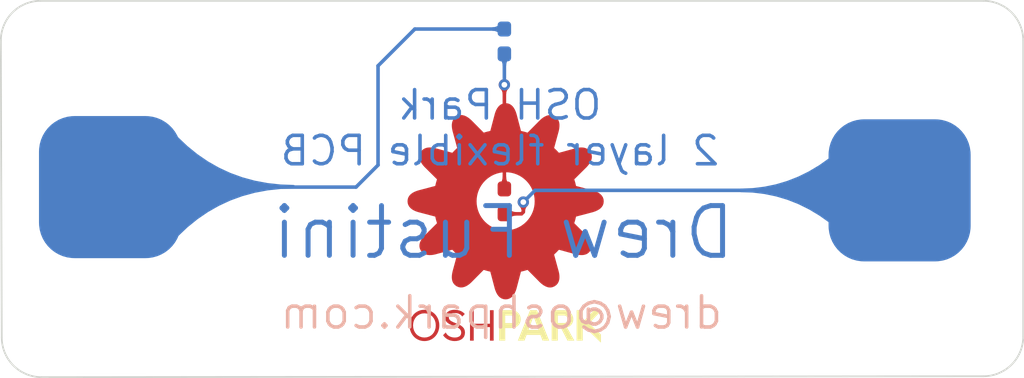
<source format=kicad_pcb>
(kicad_pcb (version 20171130) (host pcbnew 5.1.5-52549c5~84~ubuntu19.04.1)

  (general
    (thickness 1.6)
    (drawings 12)
    (tracks 15)
    (zones 0)
    (modules 5)
    (nets 4)
  )

  (page A4)
  (layers
    (0 F.Cu signal)
    (31 B.Cu signal)
    (32 B.Adhes user)
    (33 F.Adhes user)
    (34 B.Paste user)
    (35 F.Paste user)
    (36 B.SilkS user)
    (37 F.SilkS user)
    (38 B.Mask user hide)
    (39 F.Mask user)
    (40 Dwgs.User user)
    (41 Cmts.User user)
    (42 Eco1.User user)
    (43 Eco2.User user)
    (44 Edge.Cuts user)
    (45 Margin user)
    (46 B.CrtYd user)
    (47 F.CrtYd user)
    (48 B.Fab user)
    (49 F.Fab user)
  )

  (setup
    (last_trace_width 0.25)
    (trace_clearance 0.2)
    (zone_clearance 0.508)
    (zone_45_only no)
    (trace_min 0.2)
    (via_size 0.8)
    (via_drill 0.4)
    (via_min_size 0.4)
    (via_min_drill 0.3)
    (uvia_size 0.3)
    (uvia_drill 0.1)
    (uvias_allowed no)
    (uvia_min_size 0.2)
    (uvia_min_drill 0.1)
    (edge_width 0.05)
    (segment_width 0.2)
    (pcb_text_width 0.3)
    (pcb_text_size 1.5 1.5)
    (mod_edge_width 0.12)
    (mod_text_size 1 1)
    (mod_text_width 0.15)
    (pad_size 1.524 1.524)
    (pad_drill 0.762)
    (pad_to_mask_clearance 0.051)
    (solder_mask_min_width 0.25)
    (aux_axis_origin 0 0)
    (visible_elements FFFFFF7F)
    (pcbplotparams
      (layerselection 0x010fc_ffffffff)
      (usegerberextensions false)
      (usegerberattributes false)
      (usegerberadvancedattributes false)
      (creategerberjobfile false)
      (excludeedgelayer true)
      (linewidth 0.100000)
      (plotframeref false)
      (viasonmask false)
      (mode 1)
      (useauxorigin false)
      (hpglpennumber 1)
      (hpglpenspeed 20)
      (hpglpendiameter 15.000000)
      (psnegative false)
      (psa4output false)
      (plotreference true)
      (plotvalue true)
      (plotinvisibletext false)
      (padsonsilk false)
      (subtractmaskfromsilk false)
      (outputformat 1)
      (mirror false)
      (drillshape 1)
      (scaleselection 1)
      (outputdirectory ""))
  )

  (net 0 "")
  (net 1 GND)
  (net 2 "Net-(D1-Pad2)")
  (net 3 +3V3)

  (net_class Default "This is the default net class."
    (clearance 0.2)
    (trace_width 0.25)
    (via_dia 0.8)
    (via_drill 0.4)
    (uvia_dia 0.3)
    (uvia_drill 0.1)
    (add_net +3V3)
    (add_net GND)
    (add_net "Net-(D1-Pad2)")
  )

  (module touch:TestPoint_Pad_4.0x4.0mm (layer B.Cu) (tedit 5DF7CA08) (tstamp 5DF409A2)
    (at 181.2925 53.975)
    (descr "SMD rectangular pad as test Point, square 4.0mm side length")
    (tags "test point SMD pad rectangle square")
    (path /5DF4886B)
    (attr virtual)
    (fp_text reference J2 (at 0 2.898) (layer B.SilkS) hide
      (effects (font (size 1 1) (thickness 0.15)) (justify mirror))
    )
    (fp_text value Conn_01x01_Female (at 0 -3.1) (layer B.Fab)
      (effects (font (size 1 1) (thickness 0.15)) (justify mirror))
    )
    (fp_text user %R (at 0 2.9) (layer B.Fab)
      (effects (font (size 1 1) (thickness 0.15)) (justify mirror))
    )
    (fp_line (start -2.5 2.5) (end 2.5 2.5) (layer B.CrtYd) (width 0.05))
    (fp_line (start -2.5 2.5) (end -2.5 -2.5) (layer B.CrtYd) (width 0.05))
    (fp_line (start 2.5 -2.5) (end 2.5 2.5) (layer B.CrtYd) (width 0.05))
    (fp_line (start 2.5 -2.5) (end -2.5 -2.5) (layer B.CrtYd) (width 0.05))
    (pad 1 smd roundrect (at 0 0) (size 10 10) (layers B.Cu B.Mask) (roundrect_rratio 0.25)
      (net 1 GND))
  )

  (module touch:TestPoint_Pad_4.0x4.0mm (layer B.Cu) (tedit 5DF7C9E5) (tstamp 5DF40995)
    (at 125.73 53.7464)
    (descr "SMD rectangular pad as test Point, square 4.0mm side length")
    (tags "test point SMD pad rectangle square")
    (path /5DF48217)
    (attr virtual)
    (fp_text reference J1 (at 0 2.898) (layer B.SilkS) hide
      (effects (font (size 1 1) (thickness 0.15)) (justify mirror))
    )
    (fp_text value Conn_01x01_Female (at 0 -3.1) (layer B.Fab)
      (effects (font (size 1 1) (thickness 0.15)) (justify mirror))
    )
    (fp_line (start 2.5 -2.5) (end -2.5 -2.5) (layer B.CrtYd) (width 0.05))
    (fp_line (start 2.5 -2.5) (end 2.5 2.5) (layer B.CrtYd) (width 0.05))
    (fp_line (start -2.5 2.5) (end -2.5 -2.5) (layer B.CrtYd) (width 0.05))
    (fp_line (start -2.5 2.5) (end 2.5 2.5) (layer B.CrtYd) (width 0.05))
    (fp_text user %R (at 0 2.9) (layer B.Fab)
      (effects (font (size 1 1) (thickness 0.15)) (justify mirror))
    )
    (pad 1 smd roundrect (at 0 0) (size 10 10) (layers B.Cu B.Mask) (roundrect_rratio 0.25)
      (net 3 +3V3))
  )

  (module Resistor_SMD:R_0603_1608Metric_Pad1.05x0.95mm_HandSolder (layer B.Cu) (tedit 5DF7C9BB) (tstamp 5DF3FEFD)
    (at 153.4795 43.4975 90)
    (descr "Resistor SMD 0603 (1608 Metric), square (rectangular) end terminal, IPC_7351 nominal with elongated pad for handsoldering. (Body size source: http://www.tortai-tech.com/upload/download/2011102023233369053.pdf), generated with kicad-footprint-generator")
    (tags "resistor handsolder")
    (path /5DF4085C)
    (attr smd)
    (fp_text reference R1 (at 0 1.43 270) (layer B.SilkS) hide
      (effects (font (size 1 1) (thickness 0.15)) (justify mirror))
    )
    (fp_text value R (at 0 -1.43 270) (layer B.Fab)
      (effects (font (size 1 1) (thickness 0.15)) (justify mirror))
    )
    (fp_line (start -0.8 -0.4) (end -0.8 0.4) (layer B.Fab) (width 0.1))
    (fp_line (start -0.8 0.4) (end 0.8 0.4) (layer B.Fab) (width 0.1))
    (fp_line (start 0.8 0.4) (end 0.8 -0.4) (layer B.Fab) (width 0.1))
    (fp_line (start 0.8 -0.4) (end -0.8 -0.4) (layer B.Fab) (width 0.1))
    (fp_line (start -1.65 -0.73) (end -1.65 0.73) (layer B.CrtYd) (width 0.05))
    (fp_line (start -1.65 0.73) (end 1.65 0.73) (layer B.CrtYd) (width 0.05))
    (fp_line (start 1.65 0.73) (end 1.65 -0.73) (layer B.CrtYd) (width 0.05))
    (fp_line (start 1.65 -0.73) (end -1.65 -0.73) (layer B.CrtYd) (width 0.05))
    (fp_text user %R (at 0 0 270) (layer B.Fab) hide
      (effects (font (size 0.4 0.4) (thickness 0.06)) (justify mirror))
    )
    (pad 1 smd roundrect (at -0.875 0 90) (size 1.05 0.95) (layers B.Cu B.Paste B.Mask) (roundrect_rratio 0.25)
      (net 2 "Net-(D1-Pad2)"))
    (pad 2 smd roundrect (at 0.875 0 90) (size 1.05 0.95) (layers B.Cu B.Paste B.Mask) (roundrect_rratio 0.25)
      (net 3 +3V3))
    (model ${KISYS3DMOD}/Resistor_SMD.3dshapes/R_0603_1608Metric.wrl
      (at (xyz 0 0 0))
      (scale (xyz 1 1 1))
      (rotate (xyz 0 0 0))
    )
  )

  (module LED_SMD:LED_0603_1608Metric_Pad1.05x0.95mm_HandSolder (layer F.Cu) (tedit 5DF7C974) (tstamp 5DF3FC46)
    (at 153.4795 54.751 90)
    (descr "LED SMD 0603 (1608 Metric), square (rectangular) end terminal, IPC_7351 nominal, (Body size source: http://www.tortai-tech.com/upload/download/2011102023233369053.pdf), generated with kicad-footprint-generator")
    (tags "LED handsolder")
    (path /5DF40B3F)
    (attr smd)
    (fp_text reference D1 (at 0.014 -1.43 90) (layer F.SilkS) hide
      (effects (font (size 1 1) (thickness 0.15)))
    )
    (fp_text value LED (at 0 1.43 90) (layer F.Fab) hide
      (effects (font (size 1 1) (thickness 0.15)))
    )
    (fp_line (start 0.8 -0.4) (end -0.5 -0.4) (layer F.Fab) (width 0.1))
    (fp_line (start -0.5 -0.4) (end -0.8 -0.1) (layer F.Fab) (width 0.1))
    (fp_line (start -0.8 -0.1) (end -0.8 0.4) (layer F.Fab) (width 0.1))
    (fp_line (start -0.8 0.4) (end 0.8 0.4) (layer F.Fab) (width 0.1))
    (fp_line (start 0.8 0.4) (end 0.8 -0.4) (layer F.Fab) (width 0.1))
    (fp_line (start -1.65 0.73) (end -1.65 -0.73) (layer F.CrtYd) (width 0.05))
    (fp_line (start -1.65 -0.73) (end 1.65 -0.73) (layer F.CrtYd) (width 0.05))
    (fp_line (start 1.65 -0.73) (end 1.65 0.73) (layer F.CrtYd) (width 0.05))
    (fp_line (start 1.65 0.73) (end -1.65 0.73) (layer F.CrtYd) (width 0.05))
    (pad 1 smd roundrect (at -0.875 0 90) (size 1.05 0.95) (layers F.Cu F.Paste F.Mask) (roundrect_rratio 0.25)
      (net 1 GND))
    (pad 2 smd roundrect (at 0.875 0 90) (size 1.05 0.95) (layers F.Cu F.Paste F.Mask) (roundrect_rratio 0.25)
      (net 2 "Net-(D1-Pad2)"))
    (model ${KISYS3DMOD}/LED_SMD.3dshapes/LED_0603_1608Metric.wrl
      (at (xyz 0 0 0))
      (scale (xyz 1 1 1))
      (rotate (xyz 0 0 0))
    )
  )

  (module afterdark:OSH_small_copper-mask (layer F.Cu) (tedit 5DF3FF89) (tstamp 5DF45F50)
    (at 153.5684 56.2864)
    (descr "Imported from OSHPARK.svg")
    (tags svg2mod)
    (attr smd)
    (fp_text reference OSH_small (at 0 -11.457835) (layer F.Cu) hide
      (effects (font (size 1.524 1.524) (thickness 0.3048)))
    )
    (fp_text value G*** (at 0 11.457835) (layer F.Cu) hide
      (effects (font (size 1.524 1.524) (thickness 0.3048)))
    )
    (fp_poly (pts (xy -5.71389 8.295375) (xy -5.71389 8.046425) (xy -5.88469 8.029425) (xy -6.03947 7.980425)
      (xy -6.17614 7.902625) (xy -6.29262 7.799265) (xy -6.38682 7.673515) (xy -6.45672 7.528545)
      (xy -6.50022 7.367545) (xy -6.51512 7.193705) (xy -6.50022 7.019865) (xy -6.45672 6.858865)
      (xy -6.38682 6.713895) (xy -6.29262 6.588145) (xy -6.17614 6.484785) (xy -6.03947 6.406985)
      (xy -5.88469 6.357985) (xy -5.71389 6.340985) (xy -5.54238 6.357985) (xy -5.38754 6.406985)
      (xy -5.25128 6.484785) (xy -5.13551 6.588145) (xy -5.04211 6.713895) (xy -4.97301 6.858865)
      (xy -4.93021 7.019865) (xy -4.91551 7.193705) (xy -4.93021 7.367545) (xy -4.97301 7.528545)
      (xy -5.04211 7.673515) (xy -5.13551 7.799265) (xy -5.25128 7.902625) (xy -5.38754 7.980425)
      (xy -5.54238 8.029425) (xy -5.71389 8.046425) (xy -5.71389 8.295375) (xy -5.60215 8.289375)
      (xy -5.49471 8.272675) (xy -5.39197 8.245575) (xy -5.29437 8.208575) (xy -5.20217 8.162275)
      (xy -5.11587 8.107175) (xy -5.03597 8.043775) (xy -4.96277 7.972775) (xy -4.89667 7.894575)
      (xy -4.83807 7.809775) (xy -4.78737 7.718975) (xy -4.74497 7.622675) (xy -4.71127 7.521405)
      (xy -4.68667 7.415745) (xy -4.67167 7.306225) (xy -4.66667 7.193415) (xy -4.67167 7.080595)
      (xy -4.68667 6.971085) (xy -4.71127 6.865415) (xy -4.74497 6.764145) (xy -4.78737 6.667845)
      (xy -4.83807 6.577045) (xy -4.89667 6.492245) (xy -4.96277 6.414045) (xy -5.03597 6.342945)
      (xy -5.11587 6.279545) (xy -5.20217 6.224445) (xy -5.29437 6.178145) (xy -5.39197 6.141145)
      (xy -5.49471 6.114045) (xy -5.60215 6.097345) (xy -5.71389 6.091345) (xy -5.82609 6.097345)
      (xy -5.93388 6.114045) (xy -6.03687 6.141145) (xy -6.13467 6.178145) (xy -6.22687 6.224445)
      (xy -6.31307 6.279545) (xy -6.39297 6.342945) (xy -6.46607 6.414045) (xy -6.53207 6.492245)
      (xy -6.59047 6.577045) (xy -6.64097 6.667845) (xy -6.68317 6.764145) (xy -6.71667 6.865415)
      (xy -6.74107 6.971085) (xy -6.75597 7.080595) (xy -6.76097 7.193415) (xy -6.75597 7.306225)
      (xy -6.74107 7.415745) (xy -6.71667 7.521405) (xy -6.68317 7.622675) (xy -6.64097 7.718975)
      (xy -6.59047 7.809775) (xy -6.53207 7.894575) (xy -6.46607 7.972775) (xy -6.39297 8.043775)
      (xy -6.31307 8.107175) (xy -6.22687 8.162275) (xy -6.13467 8.208575) (xy -6.03687 8.245575)
      (xy -5.93388 8.272675) (xy -5.82609 8.289375) (xy -5.71389 8.295375)) (layer F.Mask) (width 0))
    (fp_poly (pts (xy -1.10433 6.120635) (xy -1.10433 7.076375) (xy -2.24607 7.076375) (xy -2.24607 6.120635)
      (xy -2.50646 6.120635) (xy -2.50646 8.266755) (xy -2.24607 8.266755) (xy -2.24607 7.311015)
      (xy -1.10433 7.311015) (xy -1.10433 8.266755) (xy -0.84394 8.266755) (xy -0.84394 6.120635)
      (xy -1.10433 6.120635)) (layer F.Mask) (width 0))
    (fp_poly (pts (xy -3.5907 8.295375) (xy -3.44187 8.286375) (xy -3.30406 8.258975) (xy -3.18001 8.212975)
      (xy -3.07241 8.147975) (xy -2.98401 8.063675) (xy -2.91751 7.959725) (xy -2.87561 7.835805)
      (xy -2.86101 7.691555) (xy -2.87691 7.552235) (xy -2.92141 7.434915) (xy -2.98981 7.336615)
      (xy -3.07751 7.254415) (xy -3.17982 7.185415) (xy -3.29208 7.126615) (xy -3.52784 7.027715)
      (xy -3.70664 6.955515) (xy -3.85727 6.872815) (xy -3.91627 6.823915) (xy -3.96127 6.768115)
      (xy -3.98997 6.703915) (xy -4.00007 6.629915) (xy -3.99207 6.554915) (xy -3.96807 6.490615)
      (xy -3.93017 6.436915) (xy -3.88027 6.393515) (xy -3.82017 6.360115) (xy -3.75177 6.336615)
      (xy -3.67677 6.322615) (xy -3.59697 6.317615) (xy -3.50107 6.322615) (xy -3.41297 6.336315)
      (xy -3.33277 6.358215) (xy -3.26037 6.387715) (xy -3.19597 6.424015) (xy -3.13947 6.466415)
      (xy -3.05047 6.566885) (xy -2.87592 6.389475) (xy -2.93462 6.327375) (xy -3.00322 6.270575)
      (xy -3.08132 6.219875) (xy -3.16862 6.176275) (xy -3.26472 6.140775) (xy -3.36936 6.114275)
      (xy -3.48217 6.097675) (xy -3.60284 6.091675) (xy -3.73476 6.100675) (xy -3.85823 6.127675)
      (xy -3.97043 6.172275) (xy -4.06853 6.234275) (xy -4.14973 6.313275) (xy -4.21123 6.408975)
      (xy -4.25023 6.521165) (xy -4.26383 6.649475) (xy -4.24983 6.769025) (xy -4.21043 6.869725)
      (xy -4.14943 6.954225) (xy -4.07063 7.025125) (xy -3.97793 7.085025) (xy -3.87509 7.136525)
      (xy -3.6543 7.224725) (xy -3.4565 7.304325) (xy -3.3666 7.348925) (xy -3.2866 7.399625)
      (xy -3.2195 7.458525) (xy -3.1682 7.527725) (xy -3.1357 7.609325) (xy -3.1249 7.705425)
      (xy -3.1349 7.789025) (xy -3.1618 7.860025) (xy -3.2038 7.918825) (xy -3.2593 7.965825)
      (xy -3.3266 8.001625) (xy -3.404 8.026625) (xy -3.4899 8.041225) (xy -3.5826 8.046225)
      (xy -3.69075 8.039225) (xy -3.79323 8.020125) (xy -3.88863 7.989225) (xy -3.97563 7.947425)
      (xy -4.05283 7.895625) (xy -4.11893 7.834625) (xy -4.17243 7.765125) (xy -4.21203 7.688125)
      (xy -4.40088 7.879845) (xy -4.33778 7.967545) (xy -4.26108 8.047345) (xy -4.17208 8.118045)
      (xy -4.07218 8.178545) (xy -3.96276 8.227645) (xy -3.84518 8.264145) (xy -3.72084 8.286945)
      (xy -3.59109 8.294945) (xy -3.5907 8.295375)) (layer F.Mask) (width 0))
    (fp_poly (pts (xy 0.00118 -8.409695) (xy 0.00043 -3.623025) (xy 0.21316 -3.612325) (xy 0.41974 -3.580825)
      (xy 0.61914 -3.529525) (xy 0.81031 -3.459525) (xy 0.99219 -3.371925) (xy 1.16375 -3.267695)
      (xy 1.32394 -3.147905) (xy 1.4717 -3.013605) (xy 1.606 -2.865845) (xy 1.72579 -2.705655)
      (xy 1.83001 -2.534105) (xy 1.91761 -2.352215) (xy 1.98761 -2.161055) (xy 2.03891 -1.961655)
      (xy 2.07041 -1.755065) (xy 2.08111 -1.542335) (xy 2.07041 -1.329495) (xy 2.03891 -1.122805)
      (xy 1.98771 -0.923315) (xy 1.91781 -0.732055) (xy 1.83021 -0.550075) (xy 1.726 -0.378435)
      (xy 1.60622 -0.218175) (xy 1.47192 -0.070335) (xy 1.32415 0.064025) (xy 1.16396 0.183875)
      (xy 0.99238 0.288155) (xy 0.81047 0.375855) (xy 0.61928 0.445855) (xy 0.41984 0.497155)
      (xy 0.21321 0.528655) (xy 0.00043 0.539455) (xy -0.21235 0.528655) (xy -0.41897 0.497155)
      (xy -0.6184 0.445855) (xy -0.80958 0.375855) (xy -0.99147 0.288155) (xy -1.16302 0.183875)
      (xy -1.3232 0.064025) (xy -1.47095 -0.070335) (xy -1.60524 -0.218175) (xy -1.72501 -0.378435)
      (xy -1.82922 -0.550075) (xy -1.91682 -0.732055) (xy -1.98682 -0.923315) (xy -2.03812 -1.122805)
      (xy -2.06962 -1.329495) (xy -2.08032 -1.542335) (xy -2.06962 -1.755065) (xy -2.03812 -1.961655)
      (xy -1.98682 -2.161055) (xy -1.91682 -2.352215) (xy -1.82922 -2.534105) (xy -1.72501 -2.705655)
      (xy -1.60524 -2.865845) (xy -1.47095 -3.013605) (xy -1.3232 -3.147905) (xy -1.16302 -3.267695)
      (xy -0.99147 -3.371925) (xy -0.80958 -3.459525) (xy -0.6184 -3.529525) (xy -0.41897 -3.580825)
      (xy -0.21235 -3.612325) (xy 0.00043 -3.623025) (xy 0.00118 -8.409695) (xy -0.14129 -8.393995)
      (xy -0.2674 -8.349495) (xy -0.378 -8.279795) (xy -0.4739 -8.188495) (xy -0.556 -8.079355)
      (xy -0.6251 -7.956025) (xy -0.6821 -7.822195) (xy -0.7278 -7.681515) (xy -1.04856 -6.462625)
      (xy -1.30304 -6.403425) (xy -1.55293 -6.331225) (xy -2.43795 -7.223815) (xy -2.5541 -7.325575)
      (xy -2.67331 -7.414275) (xy -2.79523 -7.486675) (xy -2.91953 -7.539575) (xy -3.04586 -7.569675)
      (xy -3.17388 -7.573675) (xy -3.30323 -7.548275) (xy -3.43358 -7.490275) (xy -3.54913 -7.405275)
      (xy -3.63603 -7.303485) (xy -3.69693 -7.187695) (xy -3.73433 -7.060655) (xy -3.75073 -6.925095)
      (xy -3.74873 -6.783755) (xy -3.73103 -6.639375) (xy -3.70003 -6.494705) (xy -3.36893 -5.282225)
      (xy -3.55878 -5.102185) (xy -3.73879 -4.912505) (xy -4.95156 -5.242875) (xy -5.10317 -5.273475)
      (xy -5.25088 -5.290975) (xy -5.39277 -5.292975) (xy -5.5269 -5.276575) (xy -5.65135 -5.239375)
      (xy -5.76419 -5.178675) (xy -5.86349 -5.091975) (xy -5.94729 -4.976645) (xy -6.00489 -4.845335)
      (xy -6.02929 -4.713775) (xy -6.02429 -4.583095) (xy -5.99309 -4.454385) (xy -5.93949 -4.328745)
      (xy -5.86709 -4.207285) (xy -5.77959 -4.091105) (xy -5.68049 -3.981305) (xy -4.78848 -3.096875)
      (xy -4.86248 -2.846755) (xy -4.92388 -2.591195) (xy -6.13913 -2.271315) (xy -6.28557 -2.221815)
      (xy -6.42211 -2.163015) (xy -6.54579 -2.093715) (xy -6.65364 -2.012515) (xy -6.74264 -1.918115)
      (xy -6.80994 -1.809295) (xy -6.85244 -1.684715) (xy -6.86724 -1.543065) (xy -6.85154 -1.400675)
      (xy -6.80704 -1.274595) (xy -6.73724 -1.163985) (xy -6.64594 -1.068085) (xy -6.5368 -0.985985)
      (xy -6.41347 -0.916885) (xy -6.27964 -0.859985) (xy -6.13897 -0.814385) (xy -4.92372 -0.494365)
      (xy -4.86232 -0.239235) (xy -4.78842 0.010885) (xy -5.68043 0.895605) (xy -5.78261 1.011585)
      (xy -5.87161 1.130695) (xy -5.94411 1.252585) (xy -5.99701 1.376885) (xy -6.02701 1.503265)
      (xy -6.03101 1.631355) (xy -6.00551 1.760795) (xy -5.94741 1.891235) (xy -5.86251 2.006695)
      (xy -5.76079 2.093495) (xy -5.64502 2.154295) (xy -5.51794 2.191595) (xy -5.38232 2.207995)
      (xy -5.24091 2.205995) (xy -5.09648 2.188395) (xy -4.95178 2.157595) (xy -3.73916 1.826495)
      (xy -3.55915 2.015885) (xy -3.36929 2.196065) (xy -3.70039 3.409125) (xy -3.73109 3.560565)
      (xy -3.74869 3.708175) (xy -3.75069 3.850005) (xy -3.73429 3.984105) (xy -3.69709 4.108515)
      (xy -3.63639 4.221295) (xy -3.54959 4.320495) (xy -3.43416 4.404195) (xy -3.30285 4.461895)
      (xy -3.17132 4.486395) (xy -3.04066 4.481395) (xy -2.91197 4.450195) (xy -2.78636 4.396595)
      (xy -2.66492 4.324295) (xy -2.54876 4.236795) (xy -2.43897 4.137795) (xy -1.55409 3.245195)
      (xy -1.30401 3.319295) (xy -1.0487 3.380995) (xy -0.72882 4.596245) (xy -0.67942 4.742405)
      (xy -0.62072 4.878745) (xy -0.55142 5.002265) (xy -0.47012 5.110005) (xy -0.37562 5.199005)
      (xy -0.26663 5.266305) (xy -0.14183 5.308805) (xy 0.0001 5.323605) (xy 0.1423 5.307905)
      (xy 0.26821 5.263405) (xy 0.37868 5.193705) (xy 0.47448 5.102505) (xy 0.55658 4.993495)
      (xy 0.62568 4.870315) (xy 0.68268 4.736655) (xy 0.72838 4.596185) (xy 1.04825 3.380645)
      (xy 1.30343 3.319445) (xy 1.55379 3.245445) (xy 2.43852 4.137905) (xy 2.55442 4.240085)
      (xy 2.67348 4.329085) (xy 2.79535 4.401685) (xy 2.91965 4.454585) (xy 3.04602 4.484585)
      (xy 3.17409 4.488585) (xy 3.30349 4.462985) (xy 3.43386 4.404785) (xy 3.5493 4.319985)
      (xy 3.6361 4.218365) (xy 3.6969 4.102685) (xy 3.7342 3.975695) (xy 3.7507 3.840155)
      (xy 3.7487 3.698805) (xy 3.7312 3.554415) (xy 3.7006 3.409725) (xy 3.36921 2.196675)
      (xy 3.55866 2.016495) (xy 3.73849 1.827095) (xy 4.95155 2.158195) (xy 5.10316 2.188595)
      (xy 5.25086 2.205995) (xy 5.39274 2.207995) (xy 5.52685 2.191495) (xy 5.65126 2.154195)
      (xy 5.76405 2.093495) (xy 5.86325 2.006695) (xy 5.94695 1.891265) (xy 6.00455 1.759975)
      (xy 6.02895 1.628485) (xy 6.02395 1.497875) (xy 5.99275 1.369255) (xy 5.93915 1.243685)
      (xy 5.86685 1.122265) (xy 5.77935 1.006085) (xy 5.68035 0.896225) (xy 4.78804 0.011495)
      (xy 4.86214 -0.238625) (xy 4.92344 -0.493755) (xy 6.13868 -0.813785) (xy 6.28522 -0.863185)
      (xy 6.42183 -0.921885) (xy 6.54556 -0.991285) (xy 6.65344 -1.072585) (xy 6.74254 -1.167085)
      (xy 6.80984 -1.276075) (xy 6.85244 -1.400845) (xy 6.86724 -1.542705) (xy 6.85194 -1.684715)
      (xy 6.80764 -1.810495) (xy 6.73804 -1.920855) (xy 6.64694 -2.016655) (xy 6.53789 -2.098655)
      (xy 6.41461 -2.167755) (xy 6.2808 -2.224755) (xy 6.14013 -2.270455) (xy 4.92488 -2.590335)
      (xy 4.86358 -2.845855) (xy 4.78948 -3.095735) (xy 5.68179 -3.980895) (xy 5.78395 -4.096695)
      (xy 5.87285 -4.215675) (xy 5.94535 -4.337485) (xy 5.99815 -4.461745) (xy 6.02805 -4.588095)
      (xy 6.03205 -4.716185) (xy 6.00655 -4.845635) (xy 5.94845 -4.976085) (xy 5.86365 -5.091375)
      (xy 5.76206 -5.178075) (xy 5.64641 -5.238875) (xy 5.51943 -5.276175) (xy 5.38387 -5.292675)
      (xy 5.24246 -5.290675) (xy 5.09796 -5.273075) (xy 4.9531 -5.242275) (xy 3.74019 -4.911755)
      (xy 3.5604 -5.101105) (xy 3.3712 -5.281035) (xy 3.70215 -6.493945) (xy 3.73265 -6.645465)
      (xy 3.75005 -6.793085) (xy 3.75205 -6.934915) (xy 3.73565 -7.069005) (xy 3.69835 -7.193445)
      (xy 3.63755 -7.306295) (xy 3.55075 -7.405695) (xy 3.43522 -7.489595) (xy 3.30408 -7.547095)
      (xy 3.17265 -7.571395) (xy 3.04204 -7.566395) (xy 2.91335 -7.535095) (xy 2.78769 -7.481395)
      (xy 2.66618 -7.408995) (xy 2.54992 -7.321595) (xy 2.44003 -7.222795) (xy 1.55545 -6.330485)
      (xy 1.30598 -6.402785) (xy 1.05107 -6.462485) (xy 0.73018 -7.681375) (xy 0.68058 -7.827915)
      (xy 0.62168 -7.964525) (xy 0.55228 -8.088255) (xy 0.47098 -8.196135) (xy 0.37658 -8.285235)
      (xy 0.2677 -8.352535) (xy 0.14304 -8.395035) (xy 0.0013 -8.409835) (xy 0.00118 -8.409695)) (layer F.Mask) (width 0.073847))
    (fp_poly (pts (xy 6.76111 6.120635) (xy 6.20884 6.120635) (xy 5.42765 6.959055) (xy 5.42765 6.120635)
      (xy 4.99557 6.120635) (xy 4.99557 8.266755) (xy 5.42765 8.266755) (xy 5.42765 7.193695)
      (xy 6.7096 8.409835) (xy 6.7096 7.831805) (xy 5.87118 7.056345) (xy 6.76111 6.120635)) (layer F.SilkS) (width 0))
    (fp_poly (pts (xy 4.31659 7.328185) (xy 4.11009 7.022185) (xy 3.67228 7.022185) (xy 3.67228 6.495675)
      (xy 4.11009 6.495675) (xy 4.16319 6.500675) (xy 4.21239 6.515675) (xy 4.25669 6.539575)
      (xy 4.29509 6.571375) (xy 4.32669 6.610075) (xy 4.35039 6.654875) (xy 4.36539 6.704775)
      (xy 4.37039 6.758775) (xy 4.36539 6.812775) (xy 4.35069 6.862675) (xy 4.32729 6.907475)
      (xy 4.29609 6.946175) (xy 4.25789 6.977975) (xy 4.21359 7.001875) (xy 4.16399 7.016875)
      (xy 4.11009 7.021875) (xy 4.11009 7.022185) (xy 4.31659 7.328185) (xy 4.41049 7.296585)
      (xy 4.49619 7.251785) (xy 4.57229 7.194785) (xy 4.63749 7.126585) (xy 4.69049 7.048185)
      (xy 4.72989 6.960585) (xy 4.75449 6.864785) (xy 4.76249 6.761805) (xy 4.74979 6.631575)
      (xy 4.71319 6.510755) (xy 4.65509 6.401815) (xy 4.57799 6.307215) (xy 4.48419 6.229415)
      (xy 4.37621 6.170715) (xy 4.25643 6.133715) (xy 4.12726 6.120815) (xy 3.2402 6.120815)
      (xy 3.2402 8.266935) (xy 3.67228 8.266935) (xy 3.67228 7.356985) (xy 3.88403 7.356985)
      (xy 4.35332 8.266935) (xy 4.83691 8.266935) (xy 4.31612 7.328365) (xy 4.31659 7.328185)) (layer F.SilkS) (width 0))
    (fp_poly (pts (xy 2.59844 8.266755) (xy 1.96319 6.558445) (xy 2.31515 7.505595) (xy 1.60836 7.505595)
      (xy 1.96319 6.558445) (xy 2.59844 8.266755) (xy 3.06487 8.266755) (xy 2.20355 6.120635)
      (xy 1.71996 6.120635) (xy 0.85865 8.266755) (xy 1.32508 8.266755) (xy 1.47674 7.860425)
      (xy 2.44678 7.860425) (xy 2.59844 8.266755)) (layer F.SilkS) (width 0))
    (fp_poly (pts (xy 0.00118 -8.409695) (xy 0.00043 -3.623025) (xy 0.21316 -3.612325) (xy 0.41974 -3.580825)
      (xy 0.61914 -3.529525) (xy 0.81031 -3.459525) (xy 0.99219 -3.371925) (xy 1.16375 -3.267695)
      (xy 1.32394 -3.147905) (xy 1.4717 -3.013605) (xy 1.606 -2.865845) (xy 1.72579 -2.705655)
      (xy 1.83001 -2.534105) (xy 1.91761 -2.352215) (xy 1.98761 -2.161055) (xy 2.03891 -1.961655)
      (xy 2.07041 -1.755065) (xy 2.08111 -1.542335) (xy 2.07041 -1.329495) (xy 2.03891 -1.122805)
      (xy 1.98771 -0.923315) (xy 1.91781 -0.732055) (xy 1.83021 -0.550075) (xy 1.726 -0.378435)
      (xy 1.60622 -0.218175) (xy 1.47192 -0.070335) (xy 1.32415 0.064025) (xy 1.16396 0.183875)
      (xy 0.99238 0.288155) (xy 0.81047 0.375855) (xy 0.61928 0.445855) (xy 0.41984 0.497155)
      (xy 0.21321 0.528655) (xy 0.00043 0.539455) (xy -0.21235 0.528655) (xy -0.41897 0.497155)
      (xy -0.6184 0.445855) (xy -0.80958 0.375855) (xy -0.99147 0.288155) (xy -1.16302 0.183875)
      (xy -1.3232 0.064025) (xy -1.47095 -0.070335) (xy -1.60524 -0.218175) (xy -1.72501 -0.378435)
      (xy -1.82922 -0.550075) (xy -1.91682 -0.732055) (xy -1.98682 -0.923315) (xy -2.03812 -1.122805)
      (xy -2.06962 -1.329495) (xy -2.08032 -1.542335) (xy -2.06962 -1.755065) (xy -2.03812 -1.961655)
      (xy -1.98682 -2.161055) (xy -1.91682 -2.352215) (xy -1.82922 -2.534105) (xy -1.72501 -2.705655)
      (xy -1.60524 -2.865845) (xy -1.47095 -3.013605) (xy -1.3232 -3.147905) (xy -1.16302 -3.267695)
      (xy -0.99147 -3.371925) (xy -0.80958 -3.459525) (xy -0.6184 -3.529525) (xy -0.41897 -3.580825)
      (xy -0.21235 -3.612325) (xy 0.00043 -3.623025) (xy 0.00118 -8.409695) (xy -0.14129 -8.393995)
      (xy -0.2674 -8.349495) (xy -0.378 -8.279795) (xy -0.4739 -8.188495) (xy -0.556 -8.079355)
      (xy -0.6251 -7.956025) (xy -0.6821 -7.822195) (xy -0.7278 -7.681515) (xy -1.04856 -6.462625)
      (xy -1.30304 -6.403425) (xy -1.55293 -6.331225) (xy -2.43795 -7.223815) (xy -2.5541 -7.325575)
      (xy -2.67331 -7.414275) (xy -2.79523 -7.486675) (xy -2.91953 -7.539575) (xy -3.04586 -7.569675)
      (xy -3.17388 -7.573675) (xy -3.30323 -7.548275) (xy -3.43358 -7.490275) (xy -3.54913 -7.405275)
      (xy -3.63603 -7.303485) (xy -3.69693 -7.187695) (xy -3.73433 -7.060655) (xy -3.75073 -6.925095)
      (xy -3.74873 -6.783755) (xy -3.73103 -6.639375) (xy -3.70003 -6.494705) (xy -3.36893 -5.282225)
      (xy -3.55878 -5.102185) (xy -3.73879 -4.912505) (xy -4.95156 -5.242875) (xy -5.10317 -5.273475)
      (xy -5.25088 -5.290975) (xy -5.39277 -5.292975) (xy -5.5269 -5.276575) (xy -5.65135 -5.239375)
      (xy -5.76419 -5.178675) (xy -5.86349 -5.091975) (xy -5.94729 -4.976645) (xy -6.00489 -4.845335)
      (xy -6.02929 -4.713775) (xy -6.02429 -4.583095) (xy -5.99309 -4.454385) (xy -5.93949 -4.328745)
      (xy -5.86709 -4.207285) (xy -5.77959 -4.091105) (xy -5.68049 -3.981305) (xy -4.78848 -3.096875)
      (xy -4.86248 -2.846755) (xy -4.92388 -2.591195) (xy -6.13913 -2.271315) (xy -6.28557 -2.221815)
      (xy -6.42211 -2.163015) (xy -6.54579 -2.093715) (xy -6.65364 -2.012515) (xy -6.74264 -1.918115)
      (xy -6.80994 -1.809295) (xy -6.85244 -1.684715) (xy -6.86724 -1.543065) (xy -6.85154 -1.400675)
      (xy -6.80704 -1.274595) (xy -6.73724 -1.163985) (xy -6.64594 -1.068085) (xy -6.5368 -0.985985)
      (xy -6.41347 -0.916885) (xy -6.27964 -0.859985) (xy -6.13897 -0.814385) (xy -4.92372 -0.494365)
      (xy -4.86232 -0.239235) (xy -4.78842 0.010885) (xy -5.68043 0.895605) (xy -5.78261 1.011585)
      (xy -5.87161 1.130695) (xy -5.94411 1.252585) (xy -5.99701 1.376885) (xy -6.02701 1.503265)
      (xy -6.03101 1.631355) (xy -6.00551 1.760795) (xy -5.94741 1.891235) (xy -5.86251 2.006695)
      (xy -5.76079 2.093495) (xy -5.64502 2.154295) (xy -5.51794 2.191595) (xy -5.38232 2.207995)
      (xy -5.24091 2.205995) (xy -5.09648 2.188395) (xy -4.95178 2.157595) (xy -3.73916 1.826495)
      (xy -3.55915 2.015885) (xy -3.36929 2.196065) (xy -3.70039 3.409125) (xy -3.73109 3.560565)
      (xy -3.74869 3.708175) (xy -3.75069 3.850005) (xy -3.73429 3.984105) (xy -3.69709 4.108515)
      (xy -3.63639 4.221295) (xy -3.54959 4.320495) (xy -3.43416 4.404195) (xy -3.30285 4.461895)
      (xy -3.17132 4.486395) (xy -3.04066 4.481395) (xy -2.91197 4.450195) (xy -2.78636 4.396595)
      (xy -2.66492 4.324295) (xy -2.54876 4.236795) (xy -2.43897 4.137795) (xy -1.55409 3.245195)
      (xy -1.30401 3.319295) (xy -1.0487 3.380995) (xy -0.72882 4.596245) (xy -0.67942 4.742405)
      (xy -0.62072 4.878745) (xy -0.55142 5.002265) (xy -0.47012 5.110005) (xy -0.37562 5.199005)
      (xy -0.26663 5.266305) (xy -0.14183 5.308805) (xy 0.0001 5.323605) (xy 0.1423 5.307905)
      (xy 0.26821 5.263405) (xy 0.37868 5.193705) (xy 0.47448 5.102505) (xy 0.55658 4.993495)
      (xy 0.62568 4.870315) (xy 0.68268 4.736655) (xy 0.72838 4.596185) (xy 1.04825 3.380645)
      (xy 1.30343 3.319445) (xy 1.55379 3.245445) (xy 2.43852 4.137905) (xy 2.55442 4.240085)
      (xy 2.67348 4.329085) (xy 2.79535 4.401685) (xy 2.91965 4.454585) (xy 3.04602 4.484585)
      (xy 3.17409 4.488585) (xy 3.30349 4.462985) (xy 3.43386 4.404785) (xy 3.5493 4.319985)
      (xy 3.6361 4.218365) (xy 3.6969 4.102685) (xy 3.7342 3.975695) (xy 3.7507 3.840155)
      (xy 3.7487 3.698805) (xy 3.7312 3.554415) (xy 3.7006 3.409725) (xy 3.36921 2.196675)
      (xy 3.55866 2.016495) (xy 3.73849 1.827095) (xy 4.95155 2.158195) (xy 5.10316 2.188595)
      (xy 5.25086 2.205995) (xy 5.39274 2.207995) (xy 5.52685 2.191495) (xy 5.65126 2.154195)
      (xy 5.76405 2.093495) (xy 5.86325 2.006695) (xy 5.94695 1.891265) (xy 6.00455 1.759975)
      (xy 6.02895 1.628485) (xy 6.02395 1.497875) (xy 5.99275 1.369255) (xy 5.93915 1.243685)
      (xy 5.86685 1.122265) (xy 5.77935 1.006085) (xy 5.68035 0.896225) (xy 4.78804 0.011495)
      (xy 4.86214 -0.238625) (xy 4.92344 -0.493755) (xy 6.13868 -0.813785) (xy 6.28522 -0.863185)
      (xy 6.42183 -0.921885) (xy 6.54556 -0.991285) (xy 6.65344 -1.072585) (xy 6.74254 -1.167085)
      (xy 6.80984 -1.276075) (xy 6.85244 -1.400845) (xy 6.86724 -1.542705) (xy 6.85194 -1.684715)
      (xy 6.80764 -1.810495) (xy 6.73804 -1.920855) (xy 6.64694 -2.016655) (xy 6.53789 -2.098655)
      (xy 6.41461 -2.167755) (xy 6.2808 -2.224755) (xy 6.14013 -2.270455) (xy 4.92488 -2.590335)
      (xy 4.86358 -2.845855) (xy 4.78948 -3.095735) (xy 5.68179 -3.980895) (xy 5.78395 -4.096695)
      (xy 5.87285 -4.215675) (xy 5.94535 -4.337485) (xy 5.99815 -4.461745) (xy 6.02805 -4.588095)
      (xy 6.03205 -4.716185) (xy 6.00655 -4.845635) (xy 5.94845 -4.976085) (xy 5.86365 -5.091375)
      (xy 5.76206 -5.178075) (xy 5.64641 -5.238875) (xy 5.51943 -5.276175) (xy 5.38387 -5.292675)
      (xy 5.24246 -5.290675) (xy 5.09796 -5.273075) (xy 4.9531 -5.242275) (xy 3.74019 -4.911755)
      (xy 3.5604 -5.101105) (xy 3.3712 -5.281035) (xy 3.70215 -6.493945) (xy 3.73265 -6.645465)
      (xy 3.75005 -6.793085) (xy 3.75205 -6.934915) (xy 3.73565 -7.069005) (xy 3.69835 -7.193445)
      (xy 3.63755 -7.306295) (xy 3.55075 -7.405695) (xy 3.43522 -7.489595) (xy 3.30408 -7.547095)
      (xy 3.17265 -7.571395) (xy 3.04204 -7.566395) (xy 2.91335 -7.535095) (xy 2.78769 -7.481395)
      (xy 2.66618 -7.408995) (xy 2.54992 -7.321595) (xy 2.44003 -7.222795) (xy 1.55545 -6.330485)
      (xy 1.30598 -6.402785) (xy 1.05107 -6.462485) (xy 0.73018 -7.681375) (xy 0.68058 -7.827915)
      (xy 0.62168 -7.964525) (xy 0.55228 -8.088255) (xy 0.47098 -8.196135) (xy 0.37658 -8.285235)
      (xy 0.2677 -8.352535) (xy 0.14304 -8.395035) (xy 0.0013 -8.409835) (xy 0.00118 -8.409695)) (layer F.Cu) (width 0.073847))
    (fp_poly (pts (xy 0.42791 6.120635) (xy -0.02711 6.495535) (xy 0.38781 6.495535) (xy 0.44521 6.500535)
      (xy 0.49851 6.515035) (xy 0.54661 6.538335) (xy 0.58851 6.569635) (xy 0.62301 6.608335)
      (xy 0.64901 6.653735) (xy 0.66541 6.705135) (xy 0.67141 6.761735) (xy 0.66541 6.820135)
      (xy 0.64901 6.872535) (xy 0.62301 6.918535) (xy 0.58851 6.957435) (xy 0.54661 6.988635)
      (xy 0.49851 7.011635) (xy 0.44521 7.025835) (xy 0.38781 7.030835) (xy 0.38781 7.030635)
      (xy -0.02711 7.030635) (xy -0.02711 6.495535) (xy 0.42791 6.120635) (xy -0.45915 6.120635)
      (xy -0.45915 8.266755) (xy -0.02707 8.266755) (xy -0.02707 7.382555) (xy 0.42791 7.382555)
      (xy 0.5579 7.370355) (xy 0.67807 7.335055) (xy 0.78609 7.278855) (xy 0.87969 7.203855)
      (xy 0.95649 7.112155) (xy 1.01419 7.006005) (xy 1.05049 6.887525) (xy 1.06309 6.758845)
      (xy 1.05049 6.630375) (xy 1.01419 6.510655) (xy 0.95649 6.402275) (xy 0.87969 6.307775)
      (xy 0.78609 6.229775) (xy 0.67807 6.170875) (xy 0.5579 6.133675) (xy 0.42791 6.120675)
      (xy 0.42791 6.120635)) (layer F.SilkS) (width 0))
    (fp_poly (pts (xy -1.10433 6.120635) (xy -1.10433 7.076375) (xy -2.24607 7.076375) (xy -2.24607 6.120635)
      (xy -2.50646 6.120635) (xy -2.50646 8.266755) (xy -2.24607 8.266755) (xy -2.24607 7.311015)
      (xy -1.10433 7.311015) (xy -1.10433 8.266755) (xy -0.84394 8.266755) (xy -0.84394 6.120635)
      (xy -1.10433 6.120635)) (layer F.Cu) (width 0))
    (fp_poly (pts (xy -3.5907 8.295375) (xy -3.44187 8.286375) (xy -3.30406 8.258975) (xy -3.18001 8.212975)
      (xy -3.07241 8.147975) (xy -2.98401 8.063675) (xy -2.91751 7.959725) (xy -2.87561 7.835805)
      (xy -2.86101 7.691555) (xy -2.87691 7.552235) (xy -2.92141 7.434915) (xy -2.98981 7.336615)
      (xy -3.07751 7.254415) (xy -3.17982 7.185415) (xy -3.29208 7.126615) (xy -3.52784 7.027715)
      (xy -3.70664 6.955515) (xy -3.85727 6.872815) (xy -3.91627 6.823915) (xy -3.96127 6.768115)
      (xy -3.98997 6.703915) (xy -4.00007 6.629915) (xy -3.99207 6.554915) (xy -3.96807 6.490615)
      (xy -3.93017 6.436915) (xy -3.88027 6.393515) (xy -3.82017 6.360115) (xy -3.75177 6.336615)
      (xy -3.67677 6.322615) (xy -3.59697 6.317615) (xy -3.50107 6.322615) (xy -3.41297 6.336315)
      (xy -3.33277 6.358215) (xy -3.26037 6.387715) (xy -3.19597 6.424015) (xy -3.13947 6.466415)
      (xy -3.05047 6.566885) (xy -2.87592 6.389475) (xy -2.93462 6.327375) (xy -3.00322 6.270575)
      (xy -3.08132 6.219875) (xy -3.16862 6.176275) (xy -3.26472 6.140775) (xy -3.36936 6.114275)
      (xy -3.48217 6.097675) (xy -3.60284 6.091675) (xy -3.73476 6.100675) (xy -3.85823 6.127675)
      (xy -3.97043 6.172275) (xy -4.06853 6.234275) (xy -4.14973 6.313275) (xy -4.21123 6.408975)
      (xy -4.25023 6.521165) (xy -4.26383 6.649475) (xy -4.24983 6.769025) (xy -4.21043 6.869725)
      (xy -4.14943 6.954225) (xy -4.07063 7.025125) (xy -3.97793 7.085025) (xy -3.87509 7.136525)
      (xy -3.6543 7.224725) (xy -3.4565 7.304325) (xy -3.3666 7.348925) (xy -3.2866 7.399625)
      (xy -3.2195 7.458525) (xy -3.1682 7.527725) (xy -3.1357 7.609325) (xy -3.1249 7.705425)
      (xy -3.1349 7.789025) (xy -3.1618 7.860025) (xy -3.2038 7.918825) (xy -3.2593 7.965825)
      (xy -3.3266 8.001625) (xy -3.404 8.026625) (xy -3.4899 8.041225) (xy -3.5826 8.046225)
      (xy -3.69075 8.039225) (xy -3.79323 8.020125) (xy -3.88863 7.989225) (xy -3.97563 7.947425)
      (xy -4.05283 7.895625) (xy -4.11893 7.834625) (xy -4.17243 7.765125) (xy -4.21203 7.688125)
      (xy -4.40088 7.879845) (xy -4.33778 7.967545) (xy -4.26108 8.047345) (xy -4.17208 8.118045)
      (xy -4.07218 8.178545) (xy -3.96276 8.227645) (xy -3.84518 8.264145) (xy -3.72084 8.286945)
      (xy -3.59109 8.294945) (xy -3.5907 8.295375)) (layer F.Cu) (width 0))
    (fp_poly (pts (xy -5.71389 8.295375) (xy -5.71389 8.046425) (xy -5.88469 8.029425) (xy -6.03947 7.980425)
      (xy -6.17614 7.902625) (xy -6.29262 7.799265) (xy -6.38682 7.673515) (xy -6.45672 7.528545)
      (xy -6.50022 7.367545) (xy -6.51512 7.193705) (xy -6.50022 7.019865) (xy -6.45672 6.858865)
      (xy -6.38682 6.713895) (xy -6.29262 6.588145) (xy -6.17614 6.484785) (xy -6.03947 6.406985)
      (xy -5.88469 6.357985) (xy -5.71389 6.340985) (xy -5.54238 6.357985) (xy -5.38754 6.406985)
      (xy -5.25128 6.484785) (xy -5.13551 6.588145) (xy -5.04211 6.713895) (xy -4.97301 6.858865)
      (xy -4.93021 7.019865) (xy -4.91551 7.193705) (xy -4.93021 7.367545) (xy -4.97301 7.528545)
      (xy -5.04211 7.673515) (xy -5.13551 7.799265) (xy -5.25128 7.902625) (xy -5.38754 7.980425)
      (xy -5.54238 8.029425) (xy -5.71389 8.046425) (xy -5.71389 8.295375) (xy -5.60215 8.289375)
      (xy -5.49471 8.272675) (xy -5.39197 8.245575) (xy -5.29437 8.208575) (xy -5.20217 8.162275)
      (xy -5.11587 8.107175) (xy -5.03597 8.043775) (xy -4.96277 7.972775) (xy -4.89667 7.894575)
      (xy -4.83807 7.809775) (xy -4.78737 7.718975) (xy -4.74497 7.622675) (xy -4.71127 7.521405)
      (xy -4.68667 7.415745) (xy -4.67167 7.306225) (xy -4.66667 7.193415) (xy -4.67167 7.080595)
      (xy -4.68667 6.971085) (xy -4.71127 6.865415) (xy -4.74497 6.764145) (xy -4.78737 6.667845)
      (xy -4.83807 6.577045) (xy -4.89667 6.492245) (xy -4.96277 6.414045) (xy -5.03597 6.342945)
      (xy -5.11587 6.279545) (xy -5.20217 6.224445) (xy -5.29437 6.178145) (xy -5.39197 6.141145)
      (xy -5.49471 6.114045) (xy -5.60215 6.097345) (xy -5.71389 6.091345) (xy -5.82609 6.097345)
      (xy -5.93388 6.114045) (xy -6.03687 6.141145) (xy -6.13467 6.178145) (xy -6.22687 6.224445)
      (xy -6.31307 6.279545) (xy -6.39297 6.342945) (xy -6.46607 6.414045) (xy -6.53207 6.492245)
      (xy -6.59047 6.577045) (xy -6.64097 6.667845) (xy -6.68317 6.764145) (xy -6.71667 6.865415)
      (xy -6.74107 6.971085) (xy -6.75597 7.080595) (xy -6.76097 7.193415) (xy -6.75597 7.306225)
      (xy -6.74107 7.415745) (xy -6.71667 7.521405) (xy -6.68317 7.622675) (xy -6.64097 7.718975)
      (xy -6.59047 7.809775) (xy -6.53207 7.894575) (xy -6.46607 7.972775) (xy -6.39297 8.043775)
      (xy -6.31307 8.107175) (xy -6.22687 8.162275) (xy -6.13467 8.208575) (xy -6.03687 8.245575)
      (xy -5.93388 8.272675) (xy -5.82609 8.289375) (xy -5.71389 8.295375)) (layer F.Cu) (width 0))
  )

  (gr_line (start 120.8405 40.64) (end 187.198 40.64) (layer Edge.Cuts) (width 0.12) (tstamp 5DF060A9))
  (gr_line (start 118.0465 43.434) (end 118.11 64.3255) (layer Edge.Cuts) (width 0.12) (tstamp 5DF060A8))
  (gr_line (start 187.198 67.056) (end 120.904 67.1195) (layer Edge.Cuts) (width 0.12) (tstamp 5DF060A5))
  (gr_arc (start 120.904 64.3255) (end 118.11 64.3255) (angle -90) (layer Edge.Cuts) (width 0.12) (tstamp 5DF0608F))
  (gr_arc (start 120.8405 43.434) (end 120.8405 40.64) (angle -90) (layer Edge.Cuts) (width 0.12) (tstamp 5DF06088))
  (gr_line (start 189.992 43.434) (end 189.992 64.262) (layer Edge.Cuts) (width 0.12) (tstamp 5DF06086))
  (gr_arc (start 187.198 43.434) (end 189.992 43.434) (angle -90) (layer Edge.Cuts) (width 0.12) (tstamp 5DF0607F))
  (gr_arc (start 187.198 64.262) (end 187.198 67.056) (angle -90) (layer Edge.Cuts) (width 0.12))
  (gr_text "OSH Park\n2 layer flexible PCB" (at 153.162 49.5808) (layer B.Cu) (tstamp 5DF05FE1)
    (effects (font (size 2 2) (thickness 0.25)) (justify mirror))
  )
  (gr_text "Drew Fustini" (at 153.416 56.9468) (layer B.Mask) (tstamp 5DE9D316)
    (effects (font (size 3.5 3.5) (thickness 0.35)) (justify mirror))
  )
  (gr_text "Drew Fustini" (at 153.416 56.9468) (layer B.Cu) (tstamp 5D3E808C)
    (effects (font (size 3.5 3.5) (thickness 0.35)) (justify mirror))
  )
  (gr_text drew@oshpark.com (at 153.2636 62.5856) (layer B.SilkS) (tstamp 5DF0603A)
    (effects (font (size 2.2 2.2) (thickness 0.25)) (justify mirror))
  )

  (segment (start 154.813 54.8005) (end 154.813 54.8005) (width 0.25) (layer B.Cu) (net 1))
  (segment (start 181.864 53.975) (end 155.6385 53.975) (width 0.25) (layer B.Cu) (net 1))
  (segment (start 153.4795 55.626) (end 154.686 55.626) (width 0.25) (layer F.Cu) (net 1))
  (segment (start 154.813 55.499) (end 154.813 54.8005) (width 0.25) (layer F.Cu) (net 1))
  (segment (start 154.686 55.626) (end 154.813 55.499) (width 0.25) (layer F.Cu) (net 1))
  (segment (start 154.813 54.8005) (end 155.6385 53.975) (width 0.25) (layer B.Cu) (net 1) (tstamp 5DF829F1))
  (via (at 154.813 54.8005) (size 0.8) (drill 0.4) (layers F.Cu B.Cu) (net 1))
  (via (at 153.4795 46.5455) (size 0.8) (drill 0.4) (layers F.Cu B.Cu) (net 2))
  (segment (start 153.4795 44.3725) (end 153.4795 46.5455) (width 0.25) (layer B.Cu) (net 2) (status 10))
  (segment (start 153.4795 46.5455) (end 153.4795 53.848) (width 0.25) (layer F.Cu) (net 2) (status 20))
  (segment (start 125.73 53.7464) (end 143.0401 53.7464) (width 0.25) (layer B.Cu) (net 3))
  (segment (start 143.0401 53.7464) (end 144.5895 52.197) (width 0.25) (layer B.Cu) (net 3))
  (segment (start 144.5895 52.197) (end 144.5895 45.212) (width 0.25) (layer B.Cu) (net 3))
  (segment (start 147.179 42.6225) (end 153.4795 42.6225) (width 0.25) (layer B.Cu) (net 3))
  (segment (start 144.5895 45.212) (end 147.179 42.6225) (width 0.25) (layer B.Cu) (net 3))

  (zone (net 1) (net_name GND) (layer B.Cu) (tstamp 0) (hatch edge 0.508)
    (priority 16962)
    (connect_pads yes (clearance 0.2))
    (min_thickness 0.0254)
    (fill yes (arc_segments 32) (thermal_gap 0.508) (thermal_bridge_width 0.508))
    (polygon
      (pts
        (xy 170.094775 54.1) (xy 170.948438 54.13375) (xy 171.781887 54.235) (xy 172.595122 54.40375) (xy 173.388144 54.64)
        (xy 174.160952 54.94375) (xy 174.913546 55.315) (xy 175.645927 55.75375) (xy 176.358094 56.26) (xy 177.050046 56.83375)
        (xy 177.721786 57.475) (xy 183.7925 53.975) (xy 177.721786 50.475) (xy 177.050046 51.11625) (xy 176.358094 51.69)
        (xy 175.645927 52.19625) (xy 174.913546 52.635) (xy 174.160952 53.00625) (xy 173.388144 53.31) (xy 172.595122 53.54625)
        (xy 171.781887 53.715) (xy 170.948438 53.81625) (xy 170.094775 53.85)
      )
    )
    (filled_polygon
      (pts
        (xy 183.767074 53.975) (xy 177.723679 57.45925) (xy 177.058815 56.824564) (xy 177.058152 56.823974) (xy 176.3662 56.250224)
        (xy 176.365452 56.249649) (xy 175.653285 55.743399) (xy 175.652454 55.742855) (xy 174.920073 55.304105) (xy 174.919164 55.30361)
        (xy 174.16657 54.93236) (xy 174.165598 54.93193) (xy 173.39279 54.62818) (xy 173.39177 54.627829) (xy 172.598748 54.391579)
        (xy 172.597702 54.391315) (xy 171.784467 54.222565) (xy 171.783419 54.222393) (xy 170.94997 54.121143) (xy 170.94894 54.12106)
        (xy 170.107475 54.087792) (xy 170.107475 53.862208) (xy 170.94894 53.82894) (xy 170.94997 53.828857) (xy 171.783419 53.727607)
        (xy 171.784467 53.727435) (xy 172.597702 53.558685) (xy 172.598748 53.558421) (xy 173.39177 53.322171) (xy 173.39279 53.32182)
        (xy 174.165598 53.01807) (xy 174.16657 53.01764) (xy 174.919164 52.64639) (xy 174.920073 52.645895) (xy 175.652454 52.207145)
        (xy 175.653285 52.206601) (xy 176.365452 51.700351) (xy 176.3662 51.699776) (xy 177.058152 51.126026) (xy 177.058815 51.125436)
        (xy 177.723679 50.49075)
      )
    )
  )
  (zone (net 1) (net_name GND) (layer F.Cu) (tstamp 0) (hatch edge 0.508)
    (priority 16962)
    (connect_pads yes (clearance 0.2))
    (min_thickness 0.0254)
    (fill yes (arc_segments 32) (thermal_gap 0.508) (thermal_bridge_width 0.508))
    (polygon
      (pts
        (xy 154.32447 55.501) (xy 154.264987 55.498925) (xy 154.207484 55.4927) (xy 154.15196 55.482325) (xy 154.098415 55.4678)
        (xy 154.04685 55.449125) (xy 153.997265 55.4263) (xy 153.949658 55.399325) (xy 153.904032 55.3682) (xy 153.860384 55.332925)
        (xy 153.818717 55.2935) (xy 153.242 55.626) (xy 153.818717 55.9585) (xy 153.860384 55.919074) (xy 153.904032 55.883799)
        (xy 153.949658 55.852674) (xy 153.997265 55.825699) (xy 154.04685 55.802874) (xy 154.098415 55.784199) (xy 154.15196 55.769674)
        (xy 154.207484 55.759299) (xy 154.264987 55.753074) (xy 154.32447 55.751)
      )
    )
    (filled_polygon
      (pts
        (xy 153.851655 55.34215) (xy 153.852401 55.342803) (xy 153.896049 55.378078) (xy 153.896875 55.378691) (xy 153.942501 55.409816)
        (xy 153.943397 55.410375) (xy 153.991004 55.43735) (xy 153.991955 55.437836) (xy 154.04154 55.460661) (xy 154.042525 55.461066)
        (xy 154.09409 55.479741) (xy 154.09509 55.480057) (xy 154.148635 55.494582) (xy 154.149627 55.494809) (xy 154.205151 55.505184)
        (xy 154.206117 55.505326) (xy 154.26362 55.511551) (xy 154.264544 55.511617) (xy 154.31177 55.513264) (xy 154.31177 55.738735)
        (xy 154.264544 55.740382) (xy 154.26362 55.740448) (xy 154.206117 55.746673) (xy 154.205151 55.746815) (xy 154.149627 55.75719)
        (xy 154.148635 55.757417) (xy 154.09509 55.771942) (xy 154.09409 55.772258) (xy 154.042525 55.790933) (xy 154.04154 55.791338)
        (xy 153.991955 55.814163) (xy 153.991004 55.814649) (xy 153.943397 55.841624) (xy 153.942501 55.842183) (xy 153.896875 55.873308)
        (xy 153.896049 55.873921) (xy 153.852401 55.909196) (xy 153.851655 55.909849) (xy 153.816861 55.942771) (xy 153.267426 55.626)
        (xy 153.816862 55.309229)
      )
    )
  )
  (zone (net 1) (net_name GND) (layer F.Cu) (tstamp 0) (hatch edge 0.508)
    (priority 16962)
    (connect_pads yes (clearance 0.2))
    (min_thickness 0.0254)
    (fill yes (arc_segments 32) (thermal_gap 0.508) (thermal_bridge_width 0.508))
    (polygon
      (pts
        (xy 154.938 55.464404) (xy 154.939549 55.419884) (xy 154.944199 55.376852) (xy 154.951949 55.335308) (xy 154.962799 55.295252)
        (xy 154.976749 55.256683) (xy 154.993799 55.219602) (xy 155.013949 55.184009) (xy 155.037199 55.149904) (xy 155.063549 55.117286)
        (xy 155.093 55.086157) (xy 154.813 54.6005) (xy 154.533 55.086157) (xy 154.56245 55.117286) (xy 154.5888 55.149904)
        (xy 154.61205 55.184009) (xy 154.6322 55.219602) (xy 154.64925 55.256683) (xy 154.6632 55.295252) (xy 154.67405 55.335308)
        (xy 154.6818 55.376852) (xy 154.68645 55.419884) (xy 154.688 55.464404)
      )
    )
    (filled_polygon
      (pts
        (xy 155.077272 55.084303) (xy 155.054324 55.108558) (xy 155.05367 55.109305) (xy 155.02732 55.141923) (xy 155.026705 55.14275)
        (xy 155.003455 55.176855) (xy 155.002897 55.177752) (xy 154.982747 55.213345) (xy 154.98226 55.214296) (xy 154.96521 55.251377)
        (xy 154.964806 55.252363) (xy 154.950856 55.290932) (xy 154.950541 55.291932) (xy 154.939691 55.331988) (xy 154.939464 55.332979)
        (xy 154.931714 55.374523) (xy 154.931573 55.375488) (xy 154.926923 55.41852) (xy 154.926857 55.419442) (xy 154.925734 55.451704)
        (xy 154.700265 55.451704) (xy 154.699142 55.419442) (xy 154.699076 55.41852) (xy 154.694426 55.375488) (xy 154.694285 55.374523)
        (xy 154.686535 55.332979) (xy 154.686308 55.331988) (xy 154.675458 55.291932) (xy 154.675143 55.290932) (xy 154.661193 55.252363)
        (xy 154.660789 55.251377) (xy 154.643739 55.214296) (xy 154.643252 55.213345) (xy 154.623102 55.177752) (xy 154.622544 55.176855)
        (xy 154.599294 55.14275) (xy 154.598679 55.141923) (xy 154.572329 55.109305) (xy 154.571676 55.108558) (xy 154.548728 55.084302)
        (xy 154.813 54.625926)
      )
    )
  )
  (zone (net 1) (net_name GND) (layer B.Cu) (tstamp 0) (hatch edge 0.508)
    (priority 16962)
    (connect_pads yes (clearance 0.2))
    (min_thickness 0.0254)
    (fill yes (arc_segments 32) (thermal_gap 0.508) (thermal_bridge_width 0.508))
    (polygon
      (pts
        (xy 155.194063 54.24266) (xy 155.161486 54.273044) (xy 155.12777 54.300184) (xy 155.092914 54.32408) (xy 155.056918 54.344732)
        (xy 155.019781 54.36214) (xy 154.981505 54.376304) (xy 154.942089 54.387224) (xy 154.901532 54.3949) (xy 154.859836 54.399332)
        (xy 154.817 54.400521) (xy 154.671579 54.941921) (xy 155.212979 54.7965) (xy 155.214167 54.753663) (xy 155.218599 54.711967)
        (xy 155.226275 54.67141) (xy 155.237195 54.631994) (xy 155.251359 54.593718) (xy 155.268767 54.556581) (xy 155.289419 54.520585)
        (xy 155.313315 54.485729) (xy 155.340455 54.452013) (xy 155.37084 54.419437)
      )
    )
  )
  (zone (net 2) (net_name "Net-(D1-Pad2)") (layer B.Cu) (tstamp 0) (hatch edge 0.508)
    (priority 16962)
    (connect_pads yes (clearance 0.2))
    (min_thickness 0.0254)
    (fill yes (arc_segments 32) (thermal_gap 0.508) (thermal_bridge_width 0.508))
    (polygon
      (pts
        (xy 153.3545 45.881596) (xy 153.35295 45.926115) (xy 153.3483 45.969147) (xy 153.34055 46.010691) (xy 153.3297 46.050747)
        (xy 153.31575 46.089316) (xy 153.2987 46.126397) (xy 153.27855 46.16199) (xy 153.2553 46.196095) (xy 153.22895 46.228713)
        (xy 153.1995 46.259843) (xy 153.4795 46.7455) (xy 153.7595 46.259843) (xy 153.730049 46.228713) (xy 153.703699 46.196095)
        (xy 153.680449 46.16199) (xy 153.660299 46.126397) (xy 153.643249 46.089316) (xy 153.629299 46.050747) (xy 153.618449 46.010691)
        (xy 153.610699 45.969147) (xy 153.606049 45.926115) (xy 153.6045 45.881596)
      )
    )
  )
  (zone (net 2) (net_name "Net-(D1-Pad2)") (layer B.Cu) (tstamp 0) (hatch edge 0.508)
    (priority 16962)
    (connect_pads yes (clearance 0.2))
    (min_thickness 0.0254)
    (fill yes (arc_segments 32) (thermal_gap 0.508) (thermal_bridge_width 0.508))
    (polygon
      (pts
        (xy 153.6045 45.21747) (xy 153.606574 45.157987) (xy 153.612799 45.100484) (xy 153.623174 45.04496) (xy 153.637699 44.991415)
        (xy 153.656374 44.93985) (xy 153.679199 44.890265) (xy 153.706174 44.842658) (xy 153.737299 44.797032) (xy 153.772574 44.753384)
        (xy 153.812 44.711717) (xy 153.4795 44.135) (xy 153.147 44.711717) (xy 153.186425 44.753384) (xy 153.2217 44.797032)
        (xy 153.252825 44.842658) (xy 153.2798 44.890265) (xy 153.302625 44.93985) (xy 153.3213 44.991415) (xy 153.335825 45.04496)
        (xy 153.3462 45.100484) (xy 153.352425 45.157987) (xy 153.3545 45.21747)
      )
    )
    (filled_polygon
      (pts
        (xy 153.796271 44.709861) (xy 153.763349 44.744655) (xy 153.762696 44.745401) (xy 153.727421 44.789049) (xy 153.726808 44.789875)
        (xy 153.695683 44.835501) (xy 153.695124 44.836397) (xy 153.668149 44.884004) (xy 153.667663 44.884955) (xy 153.644838 44.93454)
        (xy 153.644433 44.935525) (xy 153.625758 44.98709) (xy 153.625442 44.98809) (xy 153.610917 45.041635) (xy 153.61069 45.042627)
        (xy 153.600315 45.098151) (xy 153.600173 45.099117) (xy 153.593948 45.15662) (xy 153.593882 45.157544) (xy 153.592235 45.20477)
        (xy 153.366764 45.20477) (xy 153.365117 45.157544) (xy 153.365051 45.15662) (xy 153.358826 45.099117) (xy 153.358684 45.098151)
        (xy 153.348309 45.042627) (xy 153.348082 45.041635) (xy 153.333557 44.98809) (xy 153.333241 44.98709) (xy 153.314566 44.935525)
        (xy 153.314161 44.93454) (xy 153.291336 44.884955) (xy 153.29085 44.884004) (xy 153.263875 44.836397) (xy 153.263316 44.835501)
        (xy 153.232191 44.789875) (xy 153.231578 44.789049) (xy 153.196303 44.745401) (xy 153.19565 44.744655) (xy 153.162729 44.709862)
        (xy 153.4795 44.160426)
      )
    )
  )
  (zone (net 2) (net_name "Net-(D1-Pad2)") (layer F.Cu) (tstamp 0) (hatch edge 0.508)
    (priority 16962)
    (connect_pads yes (clearance 0.2))
    (min_thickness 0.0254)
    (fill yes (arc_segments 32) (thermal_gap 0.508) (thermal_bridge_width 0.508))
    (polygon
      (pts
        (xy 153.6045 47.209404) (xy 153.606049 47.164884) (xy 153.610699 47.121852) (xy 153.618449 47.080308) (xy 153.629299 47.040252)
        (xy 153.643249 47.001683) (xy 153.660299 46.964602) (xy 153.680449 46.929009) (xy 153.703699 46.894904) (xy 153.730049 46.862286)
        (xy 153.7595 46.831157) (xy 153.4795 46.3455) (xy 153.1995 46.831157) (xy 153.22895 46.862286) (xy 153.2553 46.894904)
        (xy 153.27855 46.929009) (xy 153.2987 46.964602) (xy 153.31575 47.001683) (xy 153.3297 47.040252) (xy 153.34055 47.080308)
        (xy 153.3483 47.121852) (xy 153.35295 47.164884) (xy 153.3545 47.209404)
      )
    )
    (filled_polygon
      (pts
        (xy 153.743772 46.829303) (xy 153.720824 46.853558) (xy 153.72017 46.854305) (xy 153.69382 46.886923) (xy 153.693205 46.88775)
        (xy 153.669955 46.921855) (xy 153.669397 46.922752) (xy 153.649247 46.958345) (xy 153.64876 46.959296) (xy 153.63171 46.996377)
        (xy 153.631306 46.997363) (xy 153.617356 47.035932) (xy 153.617041 47.036932) (xy 153.606191 47.076988) (xy 153.605964 47.077979)
        (xy 153.598214 47.119523) (xy 153.598073 47.120488) (xy 153.593423 47.16352) (xy 153.593357 47.164442) (xy 153.592234 47.196704)
        (xy 153.366765 47.196704) (xy 153.365642 47.164442) (xy 153.365576 47.16352) (xy 153.360926 47.120488) (xy 153.360785 47.119523)
        (xy 153.353035 47.077979) (xy 153.352808 47.076988) (xy 153.341958 47.036932) (xy 153.341643 47.035932) (xy 153.327693 46.997363)
        (xy 153.327289 46.996377) (xy 153.310239 46.959296) (xy 153.309752 46.958345) (xy 153.289602 46.922752) (xy 153.289044 46.921855)
        (xy 153.265794 46.88775) (xy 153.265179 46.886923) (xy 153.238829 46.854305) (xy 153.238176 46.853558) (xy 153.215228 46.829302)
        (xy 153.4795 46.370926)
      )
    )
  )
  (zone (net 2) (net_name "Net-(D1-Pad2)") (layer F.Cu) (tstamp 0) (hatch edge 0.508)
    (priority 16962)
    (connect_pads yes (clearance 0.2))
    (min_thickness 0.0254)
    (fill yes (arc_segments 32) (thermal_gap 0.508) (thermal_bridge_width 0.508))
    (polygon
      (pts
        (xy 153.3545 53.00303) (xy 153.352425 53.067832) (xy 153.3462 53.130095) (xy 153.335825 53.189819) (xy 153.3213 53.247004)
        (xy 153.302625 53.301649) (xy 153.2798 53.353754) (xy 153.252825 53.403321) (xy 153.2217 53.450347) (xy 153.186425 53.494835)
        (xy 153.147 53.536783) (xy 153.4795 54.1135) (xy 153.812 53.536783) (xy 153.772574 53.494835) (xy 153.737299 53.450347)
        (xy 153.706174 53.403321) (xy 153.679199 53.353754) (xy 153.656374 53.301649) (xy 153.637699 53.247004) (xy 153.623174 53.189819)
        (xy 153.612799 53.130095) (xy 153.606574 53.067832) (xy 153.6045 53.00303)
      )
    )
    (filled_polygon
      (pts
        (xy 153.59388 53.068238) (xy 153.593937 53.069095) (xy 153.600162 53.131358) (xy 153.600286 53.132269) (xy 153.610661 53.191993)
        (xy 153.610865 53.192946) (xy 153.62539 53.250131) (xy 153.625681 53.251111) (xy 153.644356 53.305756) (xy 153.644741 53.306745)
        (xy 153.667566 53.35885) (xy 153.668044 53.359825) (xy 153.695019 53.409392) (xy 153.695584 53.41033) (xy 153.726709 53.457356)
        (xy 153.727348 53.458238) (xy 153.762623 53.502726) (xy 153.76332 53.503533) (xy 153.796288 53.53861) (xy 153.4795 54.088074)
        (xy 153.162712 53.53861) (xy 153.195679 53.503533) (xy 153.196376 53.502726) (xy 153.231651 53.458238) (xy 153.23229 53.457356)
        (xy 153.263415 53.41033) (xy 153.26398 53.409392) (xy 153.290955 53.359825) (xy 153.291433 53.35885) (xy 153.314258 53.306745)
        (xy 153.314643 53.305756) (xy 153.333318 53.251111) (xy 153.333609 53.250131) (xy 153.348134 53.192946) (xy 153.348338 53.191993)
        (xy 153.358713 53.132269) (xy 153.358837 53.131358) (xy 153.365062 53.069095) (xy 153.365118 53.068238) (xy 153.366799 53.01573)
        (xy 153.592199 53.01573)
      )
    )
  )
  (zone (net 3) (net_name +3V3) (layer B.Cu) (tstamp 0) (hatch edge 0.508)
    (priority 16962)
    (connect_pads yes (clearance 0.2))
    (min_thickness 0.0254)
    (fill yes (arc_segments 32) (thermal_gap 0.508) (thermal_bridge_width 0.508))
    (polygon
      (pts
        (xy 138.70146 53.595) (xy 137.739211 53.56125) (xy 136.808607 53.46) (xy 135.909647 53.29125) (xy 135.04233 53.055)
        (xy 134.206657 52.75125) (xy 133.402628 52.38) (xy 132.630242 51.94125) (xy 131.8895 51.435) (xy 131.180403 50.86125)
        (xy 130.502949 50.22) (xy 124.432235 53.72) (xy 130.502949 57.22) (xy 131.180403 56.57875) (xy 131.8895 56.005)
        (xy 132.630242 55.49875) (xy 133.402628 55.06) (xy 134.206657 54.68875) (xy 135.04233 54.385) (xy 135.909647 54.14875)
        (xy 136.808607 53.98) (xy 137.739211 53.87875) (xy 138.70146 53.845)
      )
    )
    (filled_polygon
      (pts
        (xy 131.171673 50.870473) (xy 131.172415 50.871123) (xy 131.881512 51.444873) (xy 131.882334 51.445485) (xy 132.623076 51.951735)
        (xy 132.623969 51.952293) (xy 133.396355 52.391043) (xy 133.397304 52.39153) (xy 134.201333 52.76278) (xy 134.202319 52.763186)
        (xy 135.037992 53.066936) (xy 135.038992 53.067254) (xy 135.906309 53.303504) (xy 135.907304 53.303732) (xy 136.806264 53.472482)
        (xy 136.807233 53.472625) (xy 137.737837 53.573875) (xy 137.738766 53.573942) (xy 138.68876 53.607262) (xy 138.68876 53.832738)
        (xy 137.738766 53.866058) (xy 137.737837 53.866125) (xy 136.807233 53.967375) (xy 136.806264 53.967518) (xy 135.907304 54.136268)
        (xy 135.906309 54.136496) (xy 135.038992 54.372746) (xy 135.037992 54.373064) (xy 134.202319 54.676814) (xy 134.201333 54.67722)
        (xy 133.397304 55.04847) (xy 133.396355 55.048957) (xy 132.623969 55.487707) (xy 132.623076 55.488265) (xy 131.882334 55.994515)
        (xy 131.881512 55.995127) (xy 131.172415 56.568877) (xy 131.171673 56.569527) (xy 130.501093 57.204271) (xy 124.457661 53.72)
        (xy 130.501093 50.235729)
      )
    )
  )
  (zone (net 3) (net_name +3V3) (layer B.Cu) (tstamp 0) (hatch edge 0.508)
    (priority 16962)
    (connect_pads yes (clearance 0.2))
    (min_thickness 0.0254)
    (fill yes (arc_segments 32) (thermal_gap 0.508) (thermal_bridge_width 0.508))
    (polygon
      (pts
        (xy 152.63453 42.7475) (xy 152.694012 42.749574) (xy 152.751515 42.755799) (xy 152.807039 42.766174) (xy 152.860584 42.780699)
        (xy 152.912149 42.799374) (xy 152.961734 42.822199) (xy 153.009341 42.849174) (xy 153.054967 42.880299) (xy 153.098615 42.915574)
        (xy 153.140283 42.955) (xy 153.717 42.6225) (xy 153.140283 42.29) (xy 153.098615 42.329425) (xy 153.054967 42.3647)
        (xy 153.009341 42.395825) (xy 152.961734 42.4228) (xy 152.912149 42.445625) (xy 152.860584 42.4643) (xy 152.807039 42.478825)
        (xy 152.751515 42.4892) (xy 152.694012 42.495425) (xy 152.63453 42.4975)
      )
    )
    (filled_polygon
      (pts
        (xy 153.691574 42.6225) (xy 153.142138 42.939271) (xy 153.107344 42.906349) (xy 153.106598 42.905696) (xy 153.06295 42.870421)
        (xy 153.062124 42.869808) (xy 153.016498 42.838683) (xy 153.015602 42.838124) (xy 152.967995 42.811149) (xy 152.967044 42.810663)
        (xy 152.917459 42.787838) (xy 152.916474 42.787433) (xy 152.864909 42.768758) (xy 152.863909 42.768442) (xy 152.810364 42.753917)
        (xy 152.809372 42.75369) (xy 152.753848 42.743315) (xy 152.752882 42.743173) (xy 152.695379 42.736948) (xy 152.694455 42.736882)
        (xy 152.64723 42.735235) (xy 152.64723 42.509764) (xy 152.694455 42.508117) (xy 152.695379 42.508051) (xy 152.752882 42.501826)
        (xy 152.753848 42.501684) (xy 152.809372 42.491309) (xy 152.810364 42.491082) (xy 152.863909 42.476557) (xy 152.864909 42.476241)
        (xy 152.916474 42.457566) (xy 152.917459 42.457161) (xy 152.967044 42.434336) (xy 152.967995 42.43385) (xy 153.015602 42.406875)
        (xy 153.016498 42.406316) (xy 153.062124 42.375191) (xy 153.06295 42.374578) (xy 153.106598 42.339303) (xy 153.107344 42.33865)
        (xy 153.142138 42.305729)
      )
    )
  )
)

</source>
